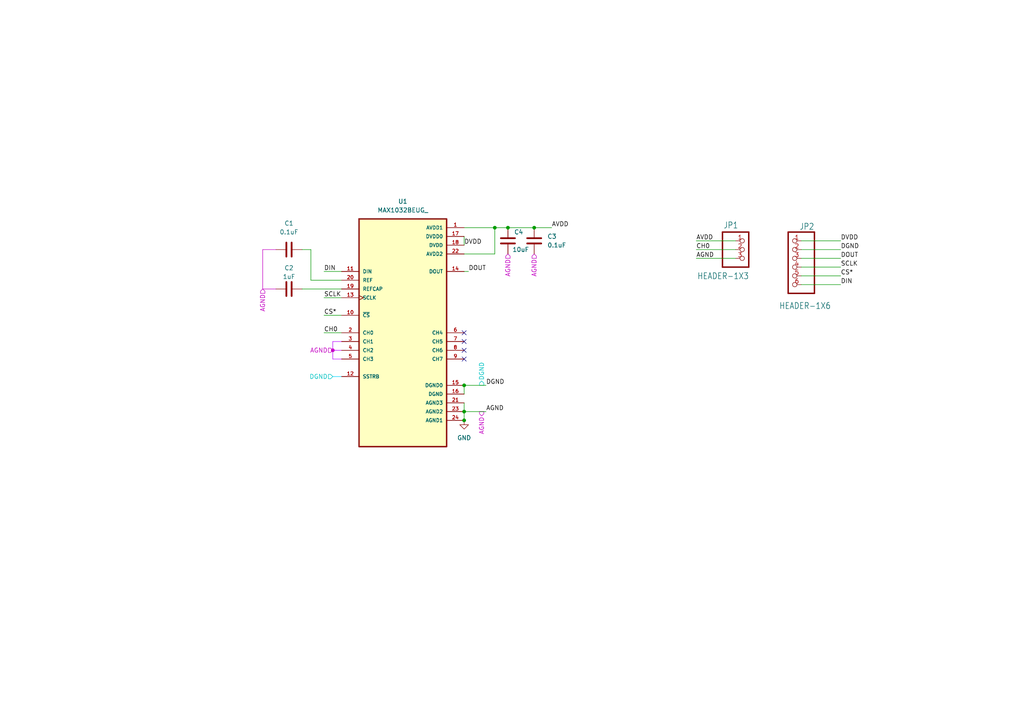
<source format=kicad_sch>
(kicad_sch
	(version 20231120)
	(generator "eeschema")
	(generator_version "8.0")
	(uuid "5faffeae-06ed-462f-bbfd-126f358049ae")
	(paper "A4")
	(lib_symbols
		(symbol "Adafruit ESP32 Feather V2-eagle-import:HEADER-1X12"
			(exclude_from_sim no)
			(in_bom yes)
			(on_board yes)
			(property "Reference" "JP2"
				(at -6.35 18.415 0)
				(effects
					(font
						(size 1.778 1.5113)
					)
					(justify left bottom)
				)
			)
			(property "Value" "HEADER-1X6"
				(at -11.176 -4.572 0)
				(effects
					(font
						(size 1.778 1.5113)
					)
					(justify left bottom)
				)
			)
			(property "Footprint" ""
				(at 0 0 0)
				(effects
					(font
						(size 1.27 1.27)
					)
					(hide yes)
				)
			)
			(property "Datasheet" ""
				(at 0 0 0)
				(effects
					(font
						(size 1.27 1.27)
					)
					(hide yes)
				)
			)
			(property "Description" ""
				(at 0 0 0)
				(effects
					(font
						(size 1.27 1.27)
					)
					(hide yes)
				)
			)
			(property "ki_locked" ""
				(at 0 0 0)
				(effects
					(font
						(size 1.27 1.27)
					)
				)
			)
			(symbol "HEADER-1X12_1_0"
				(polyline
					(pts
						(xy -6.35 0) (xy 1.27 0)
					)
					(stroke
						(width 0.4064)
						(type solid)
					)
					(fill
						(type none)
					)
				)
				(polyline
					(pts
						(xy -6.35 17.78) (xy -6.35 0)
					)
					(stroke
						(width 0.4064)
						(type solid)
					)
					(fill
						(type none)
					)
				)
				(polyline
					(pts
						(xy 1.27 0) (xy 1.27 17.78)
					)
					(stroke
						(width 0.4064)
						(type solid)
					)
					(fill
						(type none)
					)
				)
				(polyline
					(pts
						(xy 1.27 17.78) (xy -6.35 17.78)
					)
					(stroke
						(width 0.4064)
						(type solid)
					)
					(fill
						(type none)
					)
				)
				(pin passive inverted
					(at -2.54 15.24 0)
					(length 2.54)
					(name "1"
						(effects
							(font
								(size 0 0)
							)
						)
					)
					(number "1"
						(effects
							(font
								(size 1.27 1.27)
							)
						)
					)
				)
				(pin passive inverted
					(at -2.54 12.7 0)
					(length 2.54)
					(name "2"
						(effects
							(font
								(size 0 0)
							)
						)
					)
					(number "2"
						(effects
							(font
								(size 1.27 1.27)
							)
						)
					)
				)
				(pin passive inverted
					(at -2.54 10.16 0)
					(length 2.54)
					(name "3"
						(effects
							(font
								(size 0 0)
							)
						)
					)
					(number "3"
						(effects
							(font
								(size 1.27 1.27)
							)
						)
					)
				)
				(pin passive inverted
					(at -2.54 7.62 0)
					(length 2.54)
					(name "4"
						(effects
							(font
								(size 0 0)
							)
						)
					)
					(number "4"
						(effects
							(font
								(size 1.27 1.27)
							)
						)
					)
				)
				(pin passive inverted
					(at -2.54 5.08 0)
					(length 2.54)
					(name "5"
						(effects
							(font
								(size 0 0)
							)
						)
					)
					(number "5"
						(effects
							(font
								(size 1.27 1.27)
							)
						)
					)
				)
				(pin passive inverted
					(at -2.54 2.54 0)
					(length 2.54)
					(name "6"
						(effects
							(font
								(size 0 0)
							)
						)
					)
					(number "6"
						(effects
							(font
								(size 1.27 1.27)
							)
						)
					)
				)
			)
		)
		(symbol "Device:C"
			(pin_numbers hide)
			(pin_names
				(offset 0.254)
			)
			(exclude_from_sim no)
			(in_bom yes)
			(on_board yes)
			(property "Reference" "C"
				(at 0.635 2.54 0)
				(effects
					(font
						(size 1.27 1.27)
					)
					(justify left)
				)
			)
			(property "Value" "C"
				(at 0.635 -2.54 0)
				(effects
					(font
						(size 1.27 1.27)
					)
					(justify left)
				)
			)
			(property "Footprint" ""
				(at 0.9652 -3.81 0)
				(effects
					(font
						(size 1.27 1.27)
					)
					(hide yes)
				)
			)
			(property "Datasheet" "~"
				(at 0 0 0)
				(effects
					(font
						(size 1.27 1.27)
					)
					(hide yes)
				)
			)
			(property "Description" "Unpolarized capacitor"
				(at 0 0 0)
				(effects
					(font
						(size 1.27 1.27)
					)
					(hide yes)
				)
			)
			(property "ki_keywords" "cap capacitor"
				(at 0 0 0)
				(effects
					(font
						(size 1.27 1.27)
					)
					(hide yes)
				)
			)
			(property "ki_fp_filters" "C_*"
				(at 0 0 0)
				(effects
					(font
						(size 1.27 1.27)
					)
					(hide yes)
				)
			)
			(symbol "C_0_1"
				(polyline
					(pts
						(xy -2.032 -0.762) (xy 2.032 -0.762)
					)
					(stroke
						(width 0.508)
						(type default)
					)
					(fill
						(type none)
					)
				)
				(polyline
					(pts
						(xy -2.032 0.762) (xy 2.032 0.762)
					)
					(stroke
						(width 0.508)
						(type default)
					)
					(fill
						(type none)
					)
				)
			)
			(symbol "C_1_1"
				(pin passive line
					(at 0 3.81 270)
					(length 2.794)
					(name "~"
						(effects
							(font
								(size 1.27 1.27)
							)
						)
					)
					(number "1"
						(effects
							(font
								(size 1.27 1.27)
							)
						)
					)
				)
				(pin passive line
					(at 0 -3.81 90)
					(length 2.794)
					(name "~"
						(effects
							(font
								(size 1.27 1.27)
							)
						)
					)
					(number "2"
						(effects
							(font
								(size 1.27 1.27)
							)
						)
					)
				)
			)
		)
		(symbol "HEADER-1X12_1"
			(exclude_from_sim no)
			(in_bom yes)
			(on_board yes)
			(property "Reference" "JP1"
				(at -6.096 18.796 0)
				(effects
					(font
						(size 1.778 1.5113)
					)
					(justify left bottom)
				)
			)
			(property "Value" "HEADER-1X3"
				(at -11.938 0.762 0)
				(effects
					(font
						(size 1.778 1.5113)
					)
					(justify left bottom)
				)
			)
			(property "Footprint" ""
				(at 0 0 0)
				(effects
					(font
						(size 1.27 1.27)
					)
					(hide yes)
				)
			)
			(property "Datasheet" ""
				(at 0 0 0)
				(effects
					(font
						(size 1.27 1.27)
					)
					(hide yes)
				)
			)
			(property "Description" ""
				(at 0 0 0)
				(effects
					(font
						(size 1.27 1.27)
					)
					(hide yes)
				)
			)
			(property "ki_locked" ""
				(at 0 0 0)
				(effects
					(font
						(size 1.27 1.27)
					)
				)
			)
			(symbol "HEADER-1X12_1_1_0"
				(polyline
					(pts
						(xy -6.35 7.62) (xy 1.27 7.62)
					)
					(stroke
						(width 0.4064)
						(type solid)
					)
					(fill
						(type none)
					)
				)
				(polyline
					(pts
						(xy -6.35 17.78) (xy -6.35 7.62)
					)
					(stroke
						(width 0.4064)
						(type solid)
					)
					(fill
						(type none)
					)
				)
				(polyline
					(pts
						(xy 1.27 7.62) (xy 1.27 17.78)
					)
					(stroke
						(width 0.4064)
						(type solid)
					)
					(fill
						(type none)
					)
				)
				(polyline
					(pts
						(xy 1.27 17.78) (xy -6.35 17.78)
					)
					(stroke
						(width 0.4064)
						(type solid)
					)
					(fill
						(type none)
					)
				)
				(pin passive inverted
					(at -2.54 15.24 0)
					(length 2.54)
					(name "1"
						(effects
							(font
								(size 0 0)
							)
						)
					)
					(number "1"
						(effects
							(font
								(size 1.27 1.27)
							)
						)
					)
				)
				(pin passive inverted
					(at -2.54 12.7 0)
					(length 2.54)
					(name "2"
						(effects
							(font
								(size 0 0)
							)
						)
					)
					(number "2"
						(effects
							(font
								(size 1.27 1.27)
							)
						)
					)
				)
				(pin passive inverted
					(at -2.54 10.16 0)
					(length 2.54)
					(name "3"
						(effects
							(font
								(size 0 0)
							)
						)
					)
					(number "3"
						(effects
							(font
								(size 1.27 1.27)
							)
						)
					)
				)
			)
		)
		(symbol "MAX1032BEUG_:MAX1032BEUG_"
			(pin_names
				(offset 1.016)
			)
			(exclude_from_sim no)
			(in_bom yes)
			(on_board yes)
			(property "Reference" "U"
				(at -12.7 34.0106 0)
				(effects
					(font
						(size 1.27 1.27)
					)
					(justify left bottom)
				)
			)
			(property "Value" "MAX1032BEUG_"
				(at -12.7 -37.0078 0)
				(effects
					(font
						(size 1.27 1.27)
					)
					(justify left bottom)
				)
			)
			(property "Footprint" "SOP65P640X110-24N"
				(at 0 0 0)
				(effects
					(font
						(size 1.27 1.27)
					)
					(justify left bottom)
					(hide yes)
				)
			)
			(property "Datasheet" ""
				(at 0 0 0)
				(effects
					(font
						(size 1.27 1.27)
					)
					(justify left bottom)
					(hide yes)
				)
			)
			(property "Description" ""
				(at 0 0 0)
				(effects
					(font
						(size 1.27 1.27)
					)
					(hide yes)
				)
			)
			(property "MF" "Analog Devices"
				(at 0 0 0)
				(effects
					(font
						(size 1.27 1.27)
					)
					(justify left bottom)
					(hide yes)
				)
			)
			(property "Description_1" "\\n                        \\n                            8- and 4-Channel, ±3 x VREF Multirange Inputs, Serial 14-Bit ADCs\\n                        \\n"
				(at 0 0 0)
				(effects
					(font
						(size 1.27 1.27)
					)
					(justify left bottom)
					(hide yes)
				)
			)
			(property "Package" "TSSOP-24 Maxim"
				(at 0 0 0)
				(effects
					(font
						(size 1.27 1.27)
					)
					(justify left bottom)
					(hide yes)
				)
			)
			(property "Price" "None"
				(at 0 0 0)
				(effects
					(font
						(size 1.27 1.27)
					)
					(justify left bottom)
					(hide yes)
				)
			)
			(property "SnapEDA_Link" "https://www.snapeda.com/parts/MAX1032BEUG+/Analog+Devices/view-part/?ref=snap"
				(at 0 0 0)
				(effects
					(font
						(size 1.27 1.27)
					)
					(justify left bottom)
					(hide yes)
				)
			)
			(property "MP" "MAX1032BEUG+"
				(at 0 0 0)
				(effects
					(font
						(size 1.27 1.27)
					)
					(justify left bottom)
					(hide yes)
				)
			)
			(property "Availability" "In Stock"
				(at 0 0 0)
				(effects
					(font
						(size 1.27 1.27)
					)
					(justify left bottom)
					(hide yes)
				)
			)
			(property "Check_prices" "https://www.snapeda.com/parts/MAX1032BEUG+/Analog+Devices/view-part/?ref=eda"
				(at 0 0 0)
				(effects
					(font
						(size 1.27 1.27)
					)
					(justify left bottom)
					(hide yes)
				)
			)
			(property "ki_locked" ""
				(at 0 0 0)
				(effects
					(font
						(size 1.27 1.27)
					)
				)
			)
			(symbol "MAX1032BEUG__0_0"
				(rectangle
					(start -12.7 -33.02)
					(end 12.7 33.02)
					(stroke
						(width 0.4064)
						(type solid)
					)
					(fill
						(type background)
					)
				)
				(pin power_in line
					(at 17.78 30.48 180)
					(length 5.08)
					(name "AVDD1"
						(effects
							(font
								(size 1.016 1.016)
							)
						)
					)
					(number "1"
						(effects
							(font
								(size 1.016 1.016)
							)
						)
					)
				)
				(pin bidirectional line
					(at -17.78 5.08 0)
					(length 5.08)
					(name "~{CS}"
						(effects
							(font
								(size 1.016 1.016)
							)
						)
					)
					(number "10"
						(effects
							(font
								(size 1.016 1.016)
							)
						)
					)
				)
				(pin input line
					(at -17.78 17.78 0)
					(length 5.08)
					(name "DIN"
						(effects
							(font
								(size 1.016 1.016)
							)
						)
					)
					(number "11"
						(effects
							(font
								(size 1.016 1.016)
							)
						)
					)
				)
				(pin bidirectional line
					(at -17.78 -12.7 0)
					(length 5.08)
					(name "SSTRB"
						(effects
							(font
								(size 1.016 1.016)
							)
						)
					)
					(number "12"
						(effects
							(font
								(size 1.016 1.016)
							)
						)
					)
				)
				(pin input clock
					(at -17.78 10.16 0)
					(length 5.08)
					(name "SCLK"
						(effects
							(font
								(size 1.016 1.016)
							)
						)
					)
					(number "13"
						(effects
							(font
								(size 1.016 1.016)
							)
						)
					)
				)
				(pin output line
					(at 17.78 17.78 180)
					(length 5.08)
					(name "DOUT"
						(effects
							(font
								(size 1.016 1.016)
							)
						)
					)
					(number "14"
						(effects
							(font
								(size 1.016 1.016)
							)
						)
					)
				)
				(pin power_in line
					(at 17.78 -15.24 180)
					(length 5.08)
					(name "DGND0"
						(effects
							(font
								(size 1.016 1.016)
							)
						)
					)
					(number "15"
						(effects
							(font
								(size 1.016 1.016)
							)
						)
					)
				)
				(pin power_in line
					(at 17.78 -17.78 180)
					(length 5.08)
					(name "DGND"
						(effects
							(font
								(size 1.016 1.016)
							)
						)
					)
					(number "16"
						(effects
							(font
								(size 1.016 1.016)
							)
						)
					)
				)
				(pin power_in line
					(at 17.78 27.94 180)
					(length 5.08)
					(name "DVDD0"
						(effects
							(font
								(size 1.016 1.016)
							)
						)
					)
					(number "17"
						(effects
							(font
								(size 1.016 1.016)
							)
						)
					)
				)
				(pin power_in line
					(at 17.78 25.4 180)
					(length 5.08)
					(name "DVDD"
						(effects
							(font
								(size 1.016 1.016)
							)
						)
					)
					(number "18"
						(effects
							(font
								(size 1.016 1.016)
							)
						)
					)
				)
				(pin input line
					(at -17.78 12.7 0)
					(length 5.08)
					(name "REFCAP"
						(effects
							(font
								(size 1.016 1.016)
							)
						)
					)
					(number "19"
						(effects
							(font
								(size 1.016 1.016)
							)
						)
					)
				)
				(pin bidirectional line
					(at -17.78 0 0)
					(length 5.08)
					(name "CH0"
						(effects
							(font
								(size 1.016 1.016)
							)
						)
					)
					(number "2"
						(effects
							(font
								(size 1.016 1.016)
							)
						)
					)
				)
				(pin input line
					(at -17.78 15.24 0)
					(length 5.08)
					(name "REF"
						(effects
							(font
								(size 1.016 1.016)
							)
						)
					)
					(number "20"
						(effects
							(font
								(size 1.016 1.016)
							)
						)
					)
				)
				(pin power_in line
					(at 17.78 -20.32 180)
					(length 5.08)
					(name "AGND3"
						(effects
							(font
								(size 1.016 1.016)
							)
						)
					)
					(number "21"
						(effects
							(font
								(size 1.016 1.016)
							)
						)
					)
				)
				(pin power_in line
					(at 17.78 22.86 180)
					(length 5.08)
					(name "AVDD2"
						(effects
							(font
								(size 1.016 1.016)
							)
						)
					)
					(number "22"
						(effects
							(font
								(size 1.016 1.016)
							)
						)
					)
				)
				(pin power_in line
					(at 17.78 -22.86 180)
					(length 5.08)
					(name "AGND2"
						(effects
							(font
								(size 1.016 1.016)
							)
						)
					)
					(number "23"
						(effects
							(font
								(size 1.016 1.016)
							)
						)
					)
				)
				(pin power_in line
					(at 17.78 -25.4 180)
					(length 5.08)
					(name "AGND1"
						(effects
							(font
								(size 1.016 1.016)
							)
						)
					)
					(number "24"
						(effects
							(font
								(size 1.016 1.016)
							)
						)
					)
				)
				(pin bidirectional line
					(at -17.78 -2.54 0)
					(length 5.08)
					(name "CH1"
						(effects
							(font
								(size 1.016 1.016)
							)
						)
					)
					(number "3"
						(effects
							(font
								(size 1.016 1.016)
							)
						)
					)
				)
				(pin bidirectional line
					(at -17.78 -5.08 0)
					(length 5.08)
					(name "CH2"
						(effects
							(font
								(size 1.016 1.016)
							)
						)
					)
					(number "4"
						(effects
							(font
								(size 1.016 1.016)
							)
						)
					)
				)
				(pin bidirectional line
					(at -17.78 -7.62 0)
					(length 5.08)
					(name "CH3"
						(effects
							(font
								(size 1.016 1.016)
							)
						)
					)
					(number "5"
						(effects
							(font
								(size 1.016 1.016)
							)
						)
					)
				)
				(pin bidirectional line
					(at 17.78 0 180)
					(length 5.08)
					(name "CH4"
						(effects
							(font
								(size 1.016 1.016)
							)
						)
					)
					(number "6"
						(effects
							(font
								(size 1.016 1.016)
							)
						)
					)
				)
				(pin bidirectional line
					(at 17.78 -2.54 180)
					(length 5.08)
					(name "CH5"
						(effects
							(font
								(size 1.016 1.016)
							)
						)
					)
					(number "7"
						(effects
							(font
								(size 1.016 1.016)
							)
						)
					)
				)
				(pin bidirectional line
					(at 17.78 -5.08 180)
					(length 5.08)
					(name "CH6"
						(effects
							(font
								(size 1.016 1.016)
							)
						)
					)
					(number "8"
						(effects
							(font
								(size 1.016 1.016)
							)
						)
					)
				)
				(pin bidirectional line
					(at 17.78 -7.62 180)
					(length 5.08)
					(name "CH7"
						(effects
							(font
								(size 1.016 1.016)
							)
						)
					)
					(number "9"
						(effects
							(font
								(size 1.016 1.016)
							)
						)
					)
				)
			)
		)
		(symbol "power:GND"
			(power)
			(pin_numbers hide)
			(pin_names
				(offset 0) hide)
			(exclude_from_sim no)
			(in_bom yes)
			(on_board yes)
			(property "Reference" "#PWR"
				(at 0 -6.35 0)
				(effects
					(font
						(size 1.27 1.27)
					)
					(hide yes)
				)
			)
			(property "Value" "GND"
				(at 0 -3.81 0)
				(effects
					(font
						(size 1.27 1.27)
					)
				)
			)
			(property "Footprint" ""
				(at 0 0 0)
				(effects
					(font
						(size 1.27 1.27)
					)
					(hide yes)
				)
			)
			(property "Datasheet" ""
				(at 0 0 0)
				(effects
					(font
						(size 1.27 1.27)
					)
					(hide yes)
				)
			)
			(property "Description" "Power symbol creates a global label with name \"GND\" , ground"
				(at 0 0 0)
				(effects
					(font
						(size 1.27 1.27)
					)
					(hide yes)
				)
			)
			(property "ki_keywords" "global power"
				(at 0 0 0)
				(effects
					(font
						(size 1.27 1.27)
					)
					(hide yes)
				)
			)
			(symbol "GND_0_1"
				(polyline
					(pts
						(xy 0 0) (xy 0 -1.27) (xy 1.27 -1.27) (xy 0 -2.54) (xy -1.27 -1.27) (xy 0 -1.27)
					)
					(stroke
						(width 0)
						(type default)
					)
					(fill
						(type none)
					)
				)
			)
			(symbol "GND_1_1"
				(pin power_in line
					(at 0 0 270)
					(length 0)
					(name "~"
						(effects
							(font
								(size 1.27 1.27)
							)
						)
					)
					(number "1"
						(effects
							(font
								(size 1.27 1.27)
							)
						)
					)
				)
			)
		)
	)
	(junction
		(at 134.62 111.76)
		(diameter 0)
		(color 0 0 0 0)
		(uuid "10751c8e-deb1-42f9-bd5e-64fe6dba40d5")
	)
	(junction
		(at 134.62 119.38)
		(diameter 0)
		(color 0 0 0 0)
		(uuid "45b6ffb1-c2cc-45f3-b864-5e7f999dfde6")
	)
	(junction
		(at 154.94 66.04)
		(diameter 0)
		(color 0 0 0 0)
		(uuid "a50f6867-12b2-4c63-815e-d028efa2057e")
	)
	(junction
		(at 147.32 66.04)
		(diameter 0)
		(color 0 0 0 0)
		(uuid "d5a3b749-6750-4a9b-a135-2e86d84460ca")
	)
	(junction
		(at 134.62 121.92)
		(diameter 0)
		(color 0 0 0 0)
		(uuid "dfea57be-4f12-4dcd-b8a5-bd91d8c708a3")
	)
	(junction
		(at 96.52 101.6)
		(diameter 0)
		(color 194 0 194 1)
		(uuid "e6026bb0-91d2-412f-a72f-aa107c8c49b8")
	)
	(junction
		(at 143.51 66.04)
		(diameter 0)
		(color 0 0 0 0)
		(uuid "e932349e-2e90-48ec-8e5f-37796b877262")
	)
	(no_connect
		(at 134.62 99.06)
		(uuid "0665e13a-36a3-4685-b8c2-76f0e4b65c69")
	)
	(no_connect
		(at 134.62 96.52)
		(uuid "2bdcb854-e6f8-47f1-9056-487e9fbdbec8")
	)
	(no_connect
		(at 134.62 101.6)
		(uuid "59d3940a-5e86-4a57-b0f4-6c0078ed77c6")
	)
	(no_connect
		(at 134.62 104.14)
		(uuid "d03308d1-a4f2-4426-8ce9-74bc544d5c2a")
	)
	(wire
		(pts
			(xy 134.62 116.84) (xy 134.62 119.38)
		)
		(stroke
			(width 0)
			(type default)
		)
		(uuid "03866b4a-ea60-48b9-a86e-52669dadd25f")
	)
	(wire
		(pts
			(xy 154.94 66.04) (xy 160.02 66.04)
		)
		(stroke
			(width 0)
			(type default)
		)
		(uuid "07d6fdc0-0ca3-4745-9c94-32daf4c19073")
	)
	(wire
		(pts
			(xy 232.41 74.93) (xy 243.84 74.93)
		)
		(stroke
			(width 0)
			(type default)
		)
		(uuid "0bcad4fb-8a07-4c31-aeb8-26a5d51887ad")
	)
	(wire
		(pts
			(xy 87.63 72.39) (xy 90.17 72.39)
		)
		(stroke
			(width 0)
			(type default)
		)
		(uuid "14ba882a-c5d4-4333-a8ed-15549b8d5f7f")
	)
	(wire
		(pts
			(xy 96.52 104.14) (xy 96.52 101.6)
		)
		(stroke
			(width 0)
			(type default)
			(color 185 8 255 1)
		)
		(uuid "1949332c-90a2-4b71-b029-53abde624e13")
	)
	(wire
		(pts
			(xy 143.51 66.04) (xy 147.32 66.04)
		)
		(stroke
			(width 0)
			(type default)
		)
		(uuid "1b94f2bd-2c5c-4100-84e4-8fef12375113")
	)
	(wire
		(pts
			(xy 134.62 66.04) (xy 143.51 66.04)
		)
		(stroke
			(width 0)
			(type default)
		)
		(uuid "1c37b315-5c64-409b-8961-5d0ff0fb6ec6")
	)
	(wire
		(pts
			(xy 93.98 86.36) (xy 99.06 86.36)
		)
		(stroke
			(width 0)
			(type default)
		)
		(uuid "1e375161-d72a-481d-8d59-d9d34fa1004e")
	)
	(wire
		(pts
			(xy 147.32 66.04) (xy 154.94 66.04)
		)
		(stroke
			(width 0)
			(type default)
		)
		(uuid "20167b18-d2c8-46a5-b8db-d6820a997084")
	)
	(wire
		(pts
			(xy 134.62 111.76) (xy 134.62 114.3)
		)
		(stroke
			(width 0)
			(type default)
		)
		(uuid "281c3d04-11f2-477b-b5b8-86379d843ce2")
	)
	(wire
		(pts
			(xy 232.41 69.85) (xy 243.84 69.85)
		)
		(stroke
			(width 0)
			(type default)
		)
		(uuid "2be28a53-ef26-4767-83f7-9af591e0c706")
	)
	(wire
		(pts
			(xy 93.98 96.52) (xy 99.06 96.52)
		)
		(stroke
			(width 0)
			(type default)
		)
		(uuid "2c489572-b91c-4004-aaa1-328dae05e10b")
	)
	(wire
		(pts
			(xy 76.2 83.82) (xy 80.01 83.82)
		)
		(stroke
			(width 0)
			(type default)
			(color 194 0 194 1)
		)
		(uuid "348d4ce1-19fc-4693-980f-2691a7bbdbdc")
	)
	(wire
		(pts
			(xy 232.41 80.01) (xy 243.84 80.01)
		)
		(stroke
			(width 0)
			(type default)
		)
		(uuid "3e485d0f-748c-4482-a63c-3dfdd08200bc")
	)
	(wire
		(pts
			(xy 96.52 109.22) (xy 99.06 109.22)
		)
		(stroke
			(width 0)
			(type default)
			(color 0 212 255 1)
		)
		(uuid "4098bccf-d9c7-4c1c-a48e-633f5c539dee")
	)
	(wire
		(pts
			(xy 232.41 82.55) (xy 243.84 82.55)
		)
		(stroke
			(width 0)
			(type default)
		)
		(uuid "4339b592-6c97-4a6b-bfc6-3554709f4cc7")
	)
	(wire
		(pts
			(xy 96.52 99.06) (xy 96.52 101.6)
		)
		(stroke
			(width 0)
			(type default)
			(color 185 8 255 1)
		)
		(uuid "43a7a894-43f2-4795-959a-e23ba44958e9")
	)
	(wire
		(pts
			(xy 140.97 119.38) (xy 134.62 119.38)
		)
		(stroke
			(width 0)
			(type default)
		)
		(uuid "54e87eff-4a49-4df0-9e1f-8416bac25e28")
	)
	(wire
		(pts
			(xy 80.01 72.39) (xy 76.2 72.39)
		)
		(stroke
			(width 0)
			(type default)
			(color 194 0 194 1)
		)
		(uuid "58a1db37-dc39-417d-b1bd-bef212246fea")
	)
	(wire
		(pts
			(xy 232.41 77.47) (xy 243.84 77.47)
		)
		(stroke
			(width 0)
			(type default)
		)
		(uuid "685165da-d220-4d9c-abd6-6edbf9914ce4")
	)
	(wire
		(pts
			(xy 140.97 111.76) (xy 134.62 111.76)
		)
		(stroke
			(width 0)
			(type default)
		)
		(uuid "68c4b5a5-8e35-4f92-8e40-6e42dbd70e47")
	)
	(wire
		(pts
			(xy 99.06 99.06) (xy 96.52 99.06)
		)
		(stroke
			(width 0)
			(type default)
			(color 185 8 255 1)
		)
		(uuid "7381a5a8-e428-44e2-82e2-f5e7ff26685e")
	)
	(wire
		(pts
			(xy 143.51 73.66) (xy 134.62 73.66)
		)
		(stroke
			(width 0)
			(type default)
		)
		(uuid "757cb413-d4e3-43a0-8323-97cd7d6d51e1")
	)
	(wire
		(pts
			(xy 201.93 74.93) (xy 213.36 74.93)
		)
		(stroke
			(width 0)
			(type default)
		)
		(uuid "85e66376-57af-41b4-9698-d443c61f08e8")
	)
	(wire
		(pts
			(xy 134.62 68.58) (xy 134.62 71.12)
		)
		(stroke
			(width 0)
			(type default)
		)
		(uuid "86ace8d1-b562-4404-9d53-d0b8443cf4c6")
	)
	(wire
		(pts
			(xy 134.62 119.38) (xy 134.62 121.92)
		)
		(stroke
			(width 0)
			(type default)
		)
		(uuid "94df9f18-938a-4387-baf0-5b122ac7b87d")
	)
	(wire
		(pts
			(xy 90.17 81.28) (xy 90.17 72.39)
		)
		(stroke
			(width 0)
			(type default)
		)
		(uuid "95f5e2d6-3951-4f09-9a13-1c7630e3dbea")
	)
	(wire
		(pts
			(xy 93.98 91.44) (xy 99.06 91.44)
		)
		(stroke
			(width 0)
			(type default)
		)
		(uuid "9ff4a141-e2ac-4c97-8a60-220baf92707c")
	)
	(wire
		(pts
			(xy 96.52 101.6) (xy 99.06 101.6)
		)
		(stroke
			(width 0)
			(type default)
			(color 185 8 255 1)
		)
		(uuid "a842ab49-27e1-429c-83fa-df7cd4618eef")
	)
	(wire
		(pts
			(xy 93.98 78.74) (xy 99.06 78.74)
		)
		(stroke
			(width 0)
			(type default)
		)
		(uuid "c0073ebb-f2e5-4ea1-be79-abb349ef44b2")
	)
	(wire
		(pts
			(xy 99.06 81.28) (xy 90.17 81.28)
		)
		(stroke
			(width 0)
			(type default)
		)
		(uuid "ccb38f00-e473-49e2-99e5-e7c3bd404a9b")
	)
	(wire
		(pts
			(xy 143.51 66.04) (xy 143.51 73.66)
		)
		(stroke
			(width 0)
			(type default)
		)
		(uuid "dacbb10c-3ff0-404c-bbae-fbdc5e670b94")
	)
	(wire
		(pts
			(xy 76.2 72.39) (xy 76.2 83.82)
		)
		(stroke
			(width 0)
			(type default)
			(color 194 0 194 1)
		)
		(uuid "daee1321-86cd-4e07-a89c-d74e9098d87d")
	)
	(wire
		(pts
			(xy 201.93 69.85) (xy 213.36 69.85)
		)
		(stroke
			(width 0)
			(type default)
		)
		(uuid "db171b0c-e014-4e08-b16b-e04fdc9059bb")
	)
	(wire
		(pts
			(xy 96.52 104.14) (xy 99.06 104.14)
		)
		(stroke
			(width 0)
			(type default)
			(color 185 8 255 1)
		)
		(uuid "dc378485-f7ce-469f-87e5-b2713ff2aa77")
	)
	(wire
		(pts
			(xy 201.93 72.39) (xy 213.36 72.39)
		)
		(stroke
			(width 0)
			(type default)
		)
		(uuid "e9bb3855-ddf7-4992-95d3-7257f7266c83")
	)
	(wire
		(pts
			(xy 87.63 83.82) (xy 99.06 83.82)
		)
		(stroke
			(width 0)
			(type default)
		)
		(uuid "ec8dbe9f-64bf-4a09-9290-25716c52ea5b")
	)
	(wire
		(pts
			(xy 243.84 72.39) (xy 232.41 72.39)
		)
		(stroke
			(width 0)
			(type default)
		)
		(uuid "f4c16721-eb6c-4982-a290-9b72864fe11e")
	)
	(wire
		(pts
			(xy 135.89 78.74) (xy 134.62 78.74)
		)
		(stroke
			(width 0)
			(type default)
		)
		(uuid "fc74ac7a-bcef-400d-a889-539452e1d154")
	)
	(label "SCLK"
		(at 243.84 77.47 0)
		(fields_autoplaced yes)
		(effects
			(font
				(size 1.27 1.27)
			)
			(justify left bottom)
		)
		(uuid "0a35fbe5-ffa7-4e05-b59b-6065f0b05c9f")
	)
	(label "AGND"
		(at 140.97 119.38 0)
		(fields_autoplaced yes)
		(effects
			(font
				(size 1.27 1.27)
			)
			(justify left bottom)
		)
		(uuid "1d44ff1a-b202-4368-a568-3a37d4f1dde4")
	)
	(label "DIN"
		(at 243.84 82.55 0)
		(fields_autoplaced yes)
		(effects
			(font
				(size 1.27 1.27)
			)
			(justify left bottom)
		)
		(uuid "2cf90aeb-ee01-4f61-8c9b-b9039f65d245")
	)
	(label "AGND"
		(at 201.93 74.93 0)
		(fields_autoplaced yes)
		(effects
			(font
				(size 1.27 1.27)
			)
			(justify left bottom)
		)
		(uuid "2e382d98-2535-44c9-a0b0-75a1483ca6e1")
	)
	(label "AVDD"
		(at 160.02 66.04 0)
		(fields_autoplaced yes)
		(effects
			(font
				(size 1.27 1.27)
			)
			(justify left bottom)
		)
		(uuid "2e79bce4-7982-4130-ba66-a3fade2793cf")
	)
	(label "CH0"
		(at 93.98 96.52 0)
		(fields_autoplaced yes)
		(effects
			(font
				(size 1.27 1.27)
			)
			(justify left bottom)
		)
		(uuid "300b3921-3427-4cf7-bfb2-480d91fe1411")
	)
	(label "DGND"
		(at 140.97 111.76 0)
		(fields_autoplaced yes)
		(effects
			(font
				(size 1.27 1.27)
			)
			(justify left bottom)
		)
		(uuid "323bef16-6148-4d3d-934e-0883eec525de")
	)
	(label "DVDD"
		(at 243.84 69.85 0)
		(fields_autoplaced yes)
		(effects
			(font
				(size 1.27 1.27)
			)
			(justify left bottom)
		)
		(uuid "40005367-192d-4174-a9d1-d2d848ddd9ef")
	)
	(label "DVDD"
		(at 134.62 71.12 0)
		(fields_autoplaced yes)
		(effects
			(font
				(size 1.27 1.27)
			)
			(justify left bottom)
		)
		(uuid "50b43f0a-86f8-4ef5-a4d9-9668ef496926")
	)
	(label "SCLK"
		(at 93.98 86.36 0)
		(fields_autoplaced yes)
		(effects
			(font
				(size 1.27 1.27)
			)
			(justify left bottom)
		)
		(uuid "5c5a0d13-a101-48ff-9159-bcf311f08798")
	)
	(label "CS*"
		(at 243.84 80.01 0)
		(fields_autoplaced yes)
		(effects
			(font
				(size 1.27 1.27)
			)
			(justify left bottom)
		)
		(uuid "6922ee4e-6641-40b3-82bd-47f80cea4193")
	)
	(label "DOUT"
		(at 243.84 74.93 0)
		(fields_autoplaced yes)
		(effects
			(font
				(size 1.27 1.27)
			)
			(justify left bottom)
		)
		(uuid "7516a7f5-89e8-4f4e-90d1-a0b985bf7757")
	)
	(label "CH0"
		(at 201.93 72.39 0)
		(fields_autoplaced yes)
		(effects
			(font
				(size 1.27 1.27)
			)
			(justify left bottom)
		)
		(uuid "7bcb2927-eae0-4bd4-90a7-09d47cdbbb51")
	)
	(label "DGND"
		(at 243.84 72.39 0)
		(fields_autoplaced yes)
		(effects
			(font
				(size 1.27 1.27)
			)
			(justify left bottom)
		)
		(uuid "91f0738f-2f59-4280-a5a3-2ef67e0c1f88")
	)
	(label "CS*"
		(at 93.98 91.44 0)
		(fields_autoplaced yes)
		(effects
			(font
				(size 1.27 1.27)
			)
			(justify left bottom)
		)
		(uuid "972e1735-464a-4e64-88f1-073f8059326f")
	)
	(label "DOUT"
		(at 135.89 78.74 0)
		(fields_autoplaced yes)
		(effects
			(font
				(size 1.27 1.27)
			)
			(justify left bottom)
		)
		(uuid "9d78d7f2-4b71-4d9f-9029-89715f395d86")
	)
	(label "AVDD"
		(at 201.93 69.85 0)
		(fields_autoplaced yes)
		(effects
			(font
				(size 1.27 1.27)
			)
			(justify left bottom)
		)
		(uuid "dea2e2b3-9d7a-4db0-af59-274a64f26078")
	)
	(label "DIN"
		(at 93.98 78.74 0)
		(fields_autoplaced yes)
		(effects
			(font
				(size 1.27 1.27)
			)
			(justify left bottom)
		)
		(uuid "ec2264b6-d9ae-458d-96c3-cc7dbe617dff")
	)
	(hierarchical_label "AGND"
		(shape input)
		(at 147.32 73.66 270)
		(fields_autoplaced yes)
		(effects
			(font
				(size 1.27 1.27)
				(color 194 0 194 1)
			)
			(justify right)
		)
		(uuid "10cef0ba-49cc-4f5b-9bb5-ae4865ce131e")
	)
	(hierarchical_label "AGND"
		(shape input)
		(at 154.94 73.66 270)
		(fields_autoplaced yes)
		(effects
			(font
				(size 1.27 1.27)
				(color 194 0 194 1)
			)
			(justify right)
		)
		(uuid "13c1d4bd-3592-408f-847d-fc49fe6fcfd5")
	)
	(hierarchical_label "AGND"
		(shape output)
		(at 139.7 119.38 270)
		(fields_autoplaced yes)
		(effects
			(font
				(size 1.27 1.27)
				(color 194 0 194 1)
			)
			(justify right)
		)
		(uuid "5c53a992-3709-49b8-8848-35d7ea9678b5")
	)
	(hierarchical_label "AGND"
		(shape input)
		(at 76.2 83.82 270)
		(fields_autoplaced yes)
		(effects
			(font
				(size 1.27 1.27)
				(color 194 0 194 1)
			)
			(justify right)
		)
		(uuid "8095ca23-bb43-4858-b773-da91e404bb21")
	)
	(hierarchical_label "DGND"
		(shape output)
		(at 139.7 111.76 90)
		(fields_autoplaced yes)
		(effects
			(font
				(size 1.27 1.27)
				(color 0 194 194 1)
			)
			(justify left)
		)
		(uuid "bd5fce30-cb8a-4a06-b48e-ca8afa86a8c4")
	)
	(hierarchical_label "AGND"
		(shape input)
		(at 96.52 101.6 180)
		(fields_autoplaced yes)
		(effects
			(font
				(size 1.27 1.27)
				(color 194 0 194 1)
			)
			(justify right)
		)
		(uuid "debd3e1f-26de-46c3-95b0-eec2f59cd60c")
	)
	(hierarchical_label "DGND"
		(shape input)
		(at 96.52 109.22 180)
		(fields_autoplaced yes)
		(effects
			(font
				(size 1.27 1.27)
				(color 0 194 194 1)
			)
			(justify right)
		)
		(uuid "f09d95d5-b874-4767-ac4e-c96d94ce9b98")
	)
	(symbol
		(lib_id "Adafruit ESP32 Feather V2-eagle-import:HEADER-1X12")
		(at 229.87 85.09 0)
		(mirror y)
		(unit 1)
		(exclude_from_sim no)
		(in_bom yes)
		(on_board yes)
		(dnp no)
		(uuid "577d0578-d3ef-4f0b-9bfd-c97d028c89c2")
		(property "Reference" "JP2"
			(at 236.22 66.675 0)
			(effects
				(font
					(size 1.778 1.5113)
				)
				(justify left bottom)
			)
		)
		(property "Value" "HEADER-1X6"
			(at 241.046 89.662 0)
			(effects
				(font
					(size 1.778 1.5113)
				)
				(justify left bottom)
			)
		)
		(property "Footprint" "Connector_PinHeader_2.54mm:PinHeader_1x06_P2.54mm_Horizontal"
			(at 229.87 85.09 0)
			(effects
				(font
					(size 1.27 1.27)
				)
				(hide yes)
			)
		)
		(property "Datasheet" ""
			(at 229.87 85.09 0)
			(effects
				(font
					(size 1.27 1.27)
				)
				(hide yes)
			)
		)
		(property "Description" ""
			(at 229.87 85.09 0)
			(effects
				(font
					(size 1.27 1.27)
				)
				(hide yes)
			)
		)
		(pin "2"
			(uuid "87a527f6-5589-4e7f-8ec9-fd20e2f2cdd3")
		)
		(pin "3"
			(uuid "4dc64d72-9edf-43f3-8ec3-13af81a8f87e")
		)
		(pin "1"
			(uuid "9b419d51-a613-4cf7-95a5-871f54c8a3f3")
		)
		(pin "4"
			(uuid "2d0f6b45-7ad6-4ffc-9e76-5f49ae3bdde8")
		)
		(pin "5"
			(uuid "dfc3da25-77aa-4d23-92cb-79fe5f511266")
		)
		(pin "6"
			(uuid "0ebdb714-500e-4d92-ad8c-b6b933a02f59")
		)
		(instances
			(project "MAX1032"
				(path "/5faffeae-06ed-462f-bbfd-126f358049ae"
					(reference "JP2")
					(unit 1)
				)
			)
		)
	)
	(symbol
		(lib_id "Device:C")
		(at 83.82 83.82 270)
		(unit 1)
		(exclude_from_sim no)
		(in_bom yes)
		(on_board yes)
		(dnp no)
		(uuid "6ecf91c7-7c93-4d49-968c-8e74df40d733")
		(property "Reference" "C2"
			(at 83.82 77.724 90)
			(effects
				(font
					(size 1.27 1.27)
				)
			)
		)
		(property "Value" "1uF"
			(at 83.82 80.264 90)
			(effects
				(font
					(size 1.27 1.27)
				)
			)
		)
		(property "Footprint" "Connector_PinHeader_1.27mm:PinHeader_1x02_P1.27mm_Horizontal"
			(at 80.01 84.7852 0)
			(effects
				(font
					(size 1.27 1.27)
				)
				(hide yes)
			)
		)
		(property "Datasheet" "~"
			(at 83.82 83.82 0)
			(effects
				(font
					(size 1.27 1.27)
				)
				(hide yes)
			)
		)
		(property "Description" "Unpolarized capacitor"
			(at 83.82 83.82 0)
			(effects
				(font
					(size 1.27 1.27)
				)
				(hide yes)
			)
		)
		(pin "1"
			(uuid "b098e221-e726-41bd-8ddf-444b0f628acc")
		)
		(pin "2"
			(uuid "9e2a6975-8786-4de5-a721-49e304bc6262")
		)
		(instances
			(project "MAX1032"
				(path "/5faffeae-06ed-462f-bbfd-126f358049ae"
					(reference "C2")
					(unit 1)
				)
			)
		)
	)
	(symbol
		(lib_name "HEADER-1X12_1")
		(lib_id "Adafruit ESP32 Feather V2-eagle-import:HEADER-1X12")
		(at 215.9 85.09 0)
		(unit 1)
		(exclude_from_sim no)
		(in_bom yes)
		(on_board yes)
		(dnp no)
		(uuid "7fda5618-b756-4c61-941e-5bd2fb6770a6")
		(property "Reference" "JP1"
			(at 209.804 66.294 0)
			(effects
				(font
					(size 1.778 1.5113)
				)
				(justify left bottom)
			)
		)
		(property "Value" "HEADER-1X3"
			(at 202.184 81.026 0)
			(effects
				(font
					(size 1.778 1.5113)
				)
				(justify left bottom)
			)
		)
		(property "Footprint" "Connector_PinHeader_2.54mm:PinHeader_1x03_P2.54mm_Horizontal"
			(at 215.9 85.09 0)
			(effects
				(font
					(size 1.27 1.27)
				)
				(hide yes)
			)
		)
		(property "Datasheet" ""
			(at 215.9 85.09 0)
			(effects
				(font
					(size 1.27 1.27)
				)
				(hide yes)
			)
		)
		(property "Description" ""
			(at 215.9 85.09 0)
			(effects
				(font
					(size 1.27 1.27)
				)
				(hide yes)
			)
		)
		(pin "2"
			(uuid "f360f6fa-90f8-477e-8b7d-2ebc562a8cd8")
		)
		(pin "3"
			(uuid "abf93fa6-07d8-43a7-8e0a-3fc0013bf1c7")
		)
		(pin "1"
			(uuid "f49e8ac8-377f-4b3f-93c5-a48618347815")
		)
		(instances
			(project "MAX1032"
				(path "/5faffeae-06ed-462f-bbfd-126f358049ae"
					(reference "JP1")
					(unit 1)
				)
			)
		)
	)
	(symbol
		(lib_id "MAX1032BEUG_:MAX1032BEUG_")
		(at 116.84 96.52 0)
		(unit 1)
		(exclude_from_sim no)
		(in_bom yes)
		(on_board yes)
		(dnp no)
		(fields_autoplaced yes)
		(uuid "85fdc7ff-a819-4c42-89ca-89fe534df41f")
		(property "Reference" "U1"
			(at 116.84 58.42 0)
			(effects
				(font
					(size 1.27 1.27)
				)
			)
		)
		(property "Value" "MAX1032BEUG_"
			(at 116.84 60.96 0)
			(effects
				(font
					(size 1.27 1.27)
				)
			)
		)
		(property "Footprint" "MAX1032:SOP65P640X110-24N"
			(at 116.84 96.52 0)
			(effects
				(font
					(size 1.27 1.27)
				)
				(justify left bottom)
				(hide yes)
			)
		)
		(property "Datasheet" ""
			(at 116.84 96.52 0)
			(effects
				(font
					(size 1.27 1.27)
				)
				(justify left bottom)
				(hide yes)
			)
		)
		(property "Description" ""
			(at 116.84 96.52 0)
			(effects
				(font
					(size 1.27 1.27)
				)
				(hide yes)
			)
		)
		(property "MF" "Analog Devices"
			(at 116.84 96.52 0)
			(effects
				(font
					(size 1.27 1.27)
				)
				(justify left bottom)
				(hide yes)
			)
		)
		(property "Description_1" "\\n                        \\n                            8- and 4-Channel, ±3 x VREF Multirange Inputs, Serial 14-Bit ADCs\\n                        \\n"
			(at 116.84 96.52 0)
			(effects
				(font
					(size 1.27 1.27)
				)
				(justify left bottom)
				(hide yes)
			)
		)
		(property "Package" "TSSOP-24 Maxim"
			(at 116.84 96.52 0)
			(effects
				(font
					(size 1.27 1.27)
				)
				(justify left bottom)
				(hide yes)
			)
		)
		(property "Price" "None"
			(at 116.84 96.52 0)
			(effects
				(font
					(size 1.27 1.27)
				)
				(justify left bottom)
				(hide yes)
			)
		)
		(property "SnapEDA_Link" "https://www.snapeda.com/parts/MAX1032BEUG+/Analog+Devices/view-part/?ref=snap"
			(at 116.84 96.52 0)
			(effects
				(font
					(size 1.27 1.27)
				)
				(justify left bottom)
				(hide yes)
			)
		)
		(property "MP" "MAX1032BEUG+"
			(at 116.84 96.52 0)
			(effects
				(font
					(size 1.27 1.27)
				)
				(justify left bottom)
				(hide yes)
			)
		)
		(property "Availability" "In Stock"
			(at 116.84 96.52 0)
			(effects
				(font
					(size 1.27 1.27)
				)
				(justify left bottom)
				(hide yes)
			)
		)
		(property "Check_prices" "https://www.snapeda.com/parts/MAX1032BEUG+/Analog+Devices/view-part/?ref=eda"
			(at 116.84 96.52 0)
			(effects
				(font
					(size 1.27 1.27)
				)
				(justify left bottom)
				(hide yes)
			)
		)
		(pin "24"
			(uuid "0b6a3c89-db3f-49cd-b1f9-4134d6de0e66")
		)
		(pin "15"
			(uuid "36967bb1-bd4f-406a-95ca-3d11b3226d3c")
		)
		(pin "1"
			(uuid "26f5775b-6e13-4abe-94ee-379629ea26f4")
		)
		(pin "18"
			(uuid "855cfe4e-eab9-44e5-afc5-aee5c32020bc")
		)
		(pin "6"
			(uuid "74667b89-f8ce-4c4b-be7e-969e28d356ef")
		)
		(pin "10"
			(uuid "f811f503-ba05-4a47-bee2-de26e9689b65")
		)
		(pin "19"
			(uuid "7faf83d5-7bd3-44ab-b5d9-61d752029e47")
		)
		(pin "20"
			(uuid "1a442baa-0214-406e-92e0-eac9b1a563de")
		)
		(pin "23"
			(uuid "4f602d51-a220-4540-ae47-0f8d1c7428a8")
		)
		(pin "11"
			(uuid "06ffde73-2a11-4ea4-b6d7-6d0ad1e8c4b7")
		)
		(pin "13"
			(uuid "6415b42a-6041-4cf1-81af-22142e91c6aa")
		)
		(pin "7"
			(uuid "9d4b8b47-3baf-4ccd-b5fd-9052a87a5a78")
		)
		(pin "9"
			(uuid "342bda4c-5cc1-42fc-a8ef-fac9e19b21c6")
		)
		(pin "22"
			(uuid "997fee71-0219-474f-92e4-ba5e67b54b57")
		)
		(pin "8"
			(uuid "950d11e2-3d88-491b-aebf-372fecf21a3e")
		)
		(pin "4"
			(uuid "3dce68d0-fb6b-4f6f-bcc4-b529f4dcef0b")
		)
		(pin "2"
			(uuid "f988b87d-2169-4934-b8d2-c6b283802533")
		)
		(pin "14"
			(uuid "43301f8b-b770-47b2-8108-d7e50103f1bf")
		)
		(pin "17"
			(uuid "8a4ea77a-c179-4174-9f38-8af009bc2c4f")
		)
		(pin "12"
			(uuid "a953b252-2f71-4837-8aaf-538e4cad317b")
		)
		(pin "21"
			(uuid "c485e924-92c2-4e80-bdc6-d457a0eb9bb8")
		)
		(pin "3"
			(uuid "1d477e70-5890-43e9-a5b9-def3e39eefce")
		)
		(pin "5"
			(uuid "02086c30-23fe-4b8a-9103-1a8fbe5b2adb")
		)
		(pin "16"
			(uuid "6a7a69c5-95b9-48ad-bb69-ba2100fa7abd")
		)
		(instances
			(project ""
				(path "/5faffeae-06ed-462f-bbfd-126f358049ae"
					(reference "U1")
					(unit 1)
				)
			)
		)
	)
	(symbol
		(lib_id "Device:C")
		(at 154.94 69.85 0)
		(unit 1)
		(exclude_from_sim no)
		(in_bom yes)
		(on_board yes)
		(dnp no)
		(fields_autoplaced yes)
		(uuid "8fea2807-d293-42d8-bc3e-1d5221e6d8c1")
		(property "Reference" "C3"
			(at 158.75 68.5799 0)
			(effects
				(font
					(size 1.27 1.27)
				)
				(justify left)
			)
		)
		(property "Value" "0.1uF"
			(at 158.75 71.1199 0)
			(effects
				(font
					(size 1.27 1.27)
				)
				(justify left)
			)
		)
		(property "Footprint" "Connector_PinHeader_1.27mm:PinHeader_1x02_P1.27mm_Horizontal"
			(at 155.9052 73.66 0)
			(effects
				(font
					(size 1.27 1.27)
				)
				(hide yes)
			)
		)
		(property "Datasheet" "~"
			(at 154.94 69.85 0)
			(effects
				(font
					(size 1.27 1.27)
				)
				(hide yes)
			)
		)
		(property "Description" "Unpolarized capacitor"
			(at 154.94 69.85 0)
			(effects
				(font
					(size 1.27 1.27)
				)
				(hide yes)
			)
		)
		(pin "1"
			(uuid "4f45b283-2988-4223-8b16-d38cd715c0ae")
		)
		(pin "2"
			(uuid "bc6d4ef1-2f63-4fa8-bc46-50e6eabb10e5")
		)
		(instances
			(project "MAX1032"
				(path "/5faffeae-06ed-462f-bbfd-126f358049ae"
					(reference "C3")
					(unit 1)
				)
			)
		)
	)
	(symbol
		(lib_id "Device:C")
		(at 83.82 72.39 90)
		(unit 1)
		(exclude_from_sim no)
		(in_bom yes)
		(on_board yes)
		(dnp no)
		(fields_autoplaced yes)
		(uuid "951d84e6-3e3a-4438-b58e-b24a49c05883")
		(property "Reference" "C1"
			(at 83.82 64.77 90)
			(effects
				(font
					(size 1.27 1.27)
				)
			)
		)
		(property "Value" "0.1uF"
			(at 83.82 67.31 90)
			(effects
				(font
					(size 1.27 1.27)
				)
			)
		)
		(property "Footprint" "Connector_PinHeader_1.27mm:PinHeader_1x02_P1.27mm_Horizontal"
			(at 87.63 71.4248 0)
			(effects
				(font
					(size 1.27 1.27)
				)
				(hide yes)
			)
		)
		(property "Datasheet" "~"
			(at 83.82 72.39 0)
			(effects
				(font
					(size 1.27 1.27)
				)
				(hide yes)
			)
		)
		(property "Description" "Unpolarized capacitor"
			(at 83.82 72.39 0)
			(effects
				(font
					(size 1.27 1.27)
				)
				(hide yes)
			)
		)
		(pin "1"
			(uuid "00d5f3c9-2dbc-4d66-9edf-11a8fb8113f6")
		)
		(pin "2"
			(uuid "e656728f-330b-4ed2-b32c-6b8efbdfe9a3")
		)
		(instances
			(project "MAX1032"
				(path "/5faffeae-06ed-462f-bbfd-126f358049ae"
					(reference "C1")
					(unit 1)
				)
			)
		)
	)
	(symbol
		(lib_id "power:GND")
		(at 134.62 121.92 0)
		(unit 1)
		(exclude_from_sim no)
		(in_bom yes)
		(on_board yes)
		(dnp no)
		(fields_autoplaced yes)
		(uuid "c0c0f40d-966c-473d-a40c-f2483e0ab67f")
		(property "Reference" "#PWR01"
			(at 134.62 128.27 0)
			(effects
				(font
					(size 1.27 1.27)
				)
				(hide yes)
			)
		)
		(property "Value" "GND"
			(at 134.62 127 0)
			(effects
				(font
					(size 1.27 1.27)
				)
			)
		)
		(property "Footprint" ""
			(at 134.62 121.92 0)
			(effects
				(font
					(size 1.27 1.27)
				)
				(hide yes)
			)
		)
		(property "Datasheet" ""
			(at 134.62 121.92 0)
			(effects
				(font
					(size 1.27 1.27)
				)
				(hide yes)
			)
		)
		(property "Description" "Power symbol creates a global label with name \"GND\" , ground"
			(at 134.62 121.92 0)
			(effects
				(font
					(size 1.27 1.27)
				)
				(hide yes)
			)
		)
		(pin "1"
			(uuid "d6cbb48a-4660-424e-a0ed-5ec0c81bb16d")
		)
		(instances
			(project ""
				(path "/5faffeae-06ed-462f-bbfd-126f358049ae"
					(reference "#PWR01")
					(unit 1)
				)
			)
		)
	)
	(symbol
		(lib_id "Device:C")
		(at 147.32 69.85 180)
		(unit 1)
		(exclude_from_sim no)
		(in_bom yes)
		(on_board yes)
		(dnp no)
		(uuid "fd543e86-d8d5-456b-b597-bbe37dfc459c")
		(property "Reference" "C4"
			(at 149.098 67.31 0)
			(effects
				(font
					(size 1.27 1.27)
				)
				(justify right)
			)
		)
		(property "Value" "10uF"
			(at 148.59 72.39 0)
			(effects
				(font
					(size 1.27 1.27)
				)
				(justify right)
			)
		)
		(property "Footprint" "Connector_PinHeader_1.27mm:PinHeader_1x02_P1.27mm_Horizontal"
			(at 146.3548 66.04 0)
			(effects
				(font
					(size 1.27 1.27)
				)
				(hide yes)
			)
		)
		(property "Datasheet" "~"
			(at 147.32 69.85 0)
			(effects
				(font
					(size 1.27 1.27)
				)
				(hide yes)
			)
		)
		(property "Description" "Unpolarized capacitor"
			(at 147.32 69.85 0)
			(effects
				(font
					(size 1.27 1.27)
				)
				(hide yes)
			)
		)
		(pin "1"
			(uuid "42bddfc2-47c6-4192-b333-bcfc0846ad2e")
		)
		(pin "2"
			(uuid "a54cd69f-68b1-4438-9888-8d68c6226d29")
		)
		(instances
			(project "MAX1032"
				(path "/5faffeae-06ed-462f-bbfd-126f358049ae"
					(reference "C4")
					(unit 1)
				)
			)
		)
	)
	(sheet_instances
		(path "/"
			(page "1")
		)
	)
)

</source>
